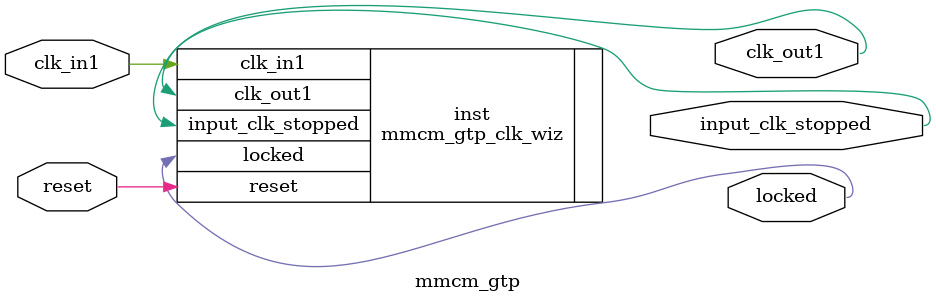
<source format=v>


`timescale 1ps/1ps

(* CORE_GENERATION_INFO = "mmcm_gtp,clk_wiz_v6_0_3_0_0,{component_name=mmcm_gtp,use_phase_alignment=false,use_min_o_jitter=true,use_max_i_jitter=false,use_dyn_phase_shift=false,use_inclk_switchover=false,use_dyn_reconfig=false,enable_axi=0,feedback_source=FDBK_AUTO,PRIMITIVE=MMCM,num_out_clk=1,clkin1_period=8.000,clkin2_period=10.000,use_power_down=false,use_reset=true,use_locked=true,use_inclk_stopped=true,feedback_type=SINGLE,CLOCK_MGR_TYPE=NA,manual_override=false}" *)

module mmcm_gtp 
 (
  // Clock out ports
  output        clk_out1,
  // Status and control signals
  input         reset,
  output        input_clk_stopped,
  output        locked,
 // Clock in ports
  input         clk_in1
 );

  mmcm_gtp_clk_wiz inst
  (
  // Clock out ports  
  .clk_out1(clk_out1),
  // Status and control signals               
  .reset(reset), 
  .input_clk_stopped(input_clk_stopped),
  .locked(locked),
 // Clock in ports
  .clk_in1(clk_in1)
  );

endmodule

</source>
